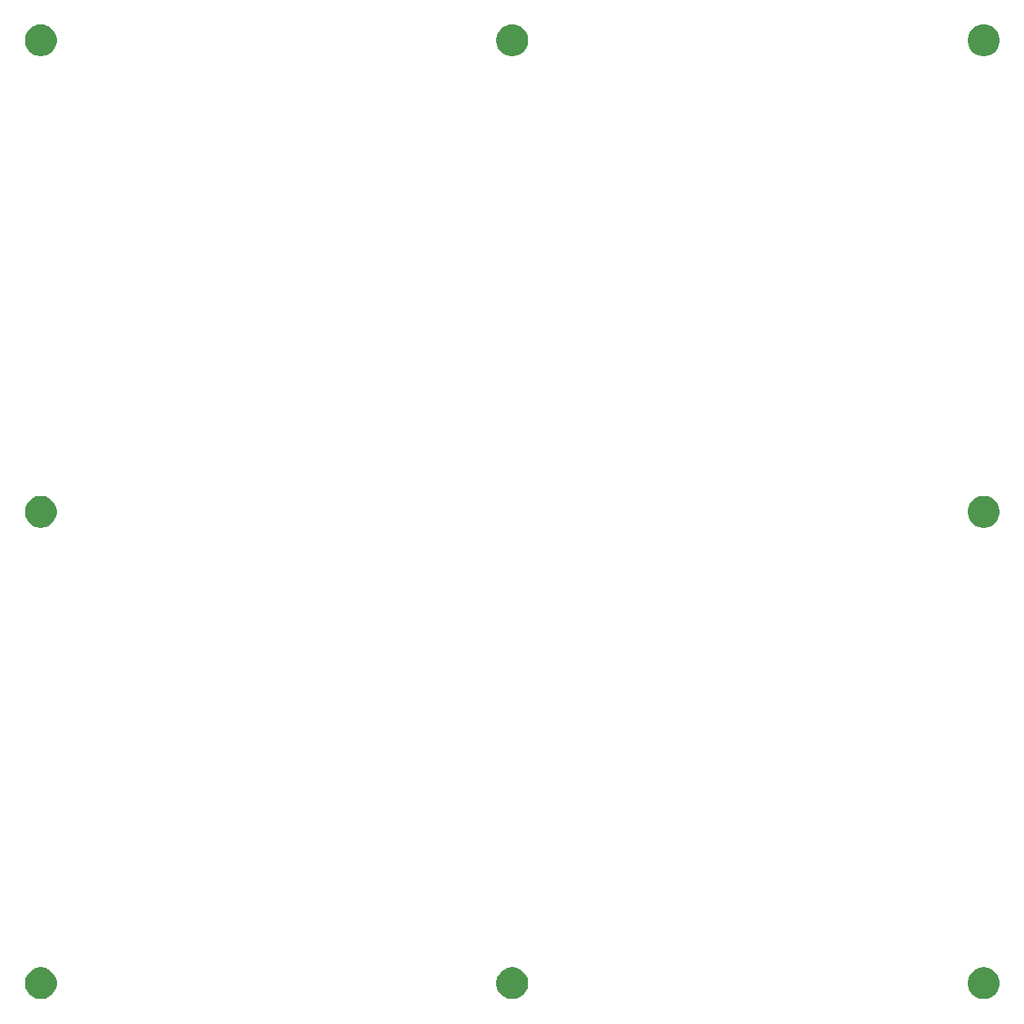
<source format=gts>
G04 #@! TF.GenerationSoftware,KiCad,Pcbnew,(5.1.6)-1*
G04 #@! TF.CreationDate,2020-08-22T18:55:14+02:00*
G04 #@! TF.ProjectId,europa-bottom-plate,6575726f-7061-42d6-926f-74746f6d2d70,rev?*
G04 #@! TF.SameCoordinates,Original*
G04 #@! TF.FileFunction,Soldermask,Top*
G04 #@! TF.FilePolarity,Negative*
%FSLAX46Y46*%
G04 Gerber Fmt 4.6, Leading zero omitted, Abs format (unit mm)*
G04 Created by KiCad (PCBNEW (5.1.6)-1) date 2020-08-22 18:55:14*
%MOMM*%
%LPD*%
G01*
G04 APERTURE LIST*
%ADD10C,0.100000*%
G04 APERTURE END LIST*
D10*
G36*
X208746506Y-145118798D02*
G01*
X208852829Y-145139947D01*
X209153292Y-145264403D01*
X209423701Y-145445085D01*
X209653665Y-145675049D01*
X209834347Y-145945458D01*
X209958803Y-146245921D01*
X210022250Y-146564891D01*
X210022250Y-146890109D01*
X209958803Y-147209079D01*
X209834347Y-147509542D01*
X209653665Y-147779951D01*
X209423701Y-148009915D01*
X209153292Y-148190597D01*
X208852829Y-148315053D01*
X208746506Y-148336202D01*
X208533861Y-148378500D01*
X208208639Y-148378500D01*
X207995994Y-148336202D01*
X207889671Y-148315053D01*
X207589208Y-148190597D01*
X207318799Y-148009915D01*
X207088835Y-147779951D01*
X206908153Y-147509542D01*
X206783697Y-147209079D01*
X206720250Y-146890109D01*
X206720250Y-146564891D01*
X206783697Y-146245921D01*
X206908153Y-145945458D01*
X207088835Y-145675049D01*
X207318799Y-145445085D01*
X207589208Y-145264403D01*
X207889671Y-145139947D01*
X207995994Y-145118798D01*
X208208639Y-145076500D01*
X208533861Y-145076500D01*
X208746506Y-145118798D01*
G37*
G36*
X159746506Y-145118798D02*
G01*
X159852829Y-145139947D01*
X160153292Y-145264403D01*
X160423701Y-145445085D01*
X160653665Y-145675049D01*
X160834347Y-145945458D01*
X160958803Y-146245921D01*
X161022250Y-146564891D01*
X161022250Y-146890109D01*
X160958803Y-147209079D01*
X160834347Y-147509542D01*
X160653665Y-147779951D01*
X160423701Y-148009915D01*
X160153292Y-148190597D01*
X159852829Y-148315053D01*
X159746506Y-148336202D01*
X159533861Y-148378500D01*
X159208639Y-148378500D01*
X158995994Y-148336202D01*
X158889671Y-148315053D01*
X158589208Y-148190597D01*
X158318799Y-148009915D01*
X158088835Y-147779951D01*
X157908153Y-147509542D01*
X157783697Y-147209079D01*
X157720250Y-146890109D01*
X157720250Y-146564891D01*
X157783697Y-146245921D01*
X157908153Y-145945458D01*
X158088835Y-145675049D01*
X158318799Y-145445085D01*
X158589208Y-145264403D01*
X158889671Y-145139947D01*
X158995994Y-145118798D01*
X159208639Y-145076500D01*
X159533861Y-145076500D01*
X159746506Y-145118798D01*
G37*
G36*
X110746506Y-145118798D02*
G01*
X110852829Y-145139947D01*
X111153292Y-145264403D01*
X111423701Y-145445085D01*
X111653665Y-145675049D01*
X111834347Y-145945458D01*
X111958803Y-146245921D01*
X112022250Y-146564891D01*
X112022250Y-146890109D01*
X111958803Y-147209079D01*
X111834347Y-147509542D01*
X111653665Y-147779951D01*
X111423701Y-148009915D01*
X111153292Y-148190597D01*
X110852829Y-148315053D01*
X110746506Y-148336202D01*
X110533861Y-148378500D01*
X110208639Y-148378500D01*
X109995994Y-148336202D01*
X109889671Y-148315053D01*
X109589208Y-148190597D01*
X109318799Y-148009915D01*
X109088835Y-147779951D01*
X108908153Y-147509542D01*
X108783697Y-147209079D01*
X108720250Y-146890109D01*
X108720250Y-146564891D01*
X108783697Y-146245921D01*
X108908153Y-145945458D01*
X109088835Y-145675049D01*
X109318799Y-145445085D01*
X109589208Y-145264403D01*
X109889671Y-145139947D01*
X109995994Y-145118798D01*
X110208639Y-145076500D01*
X110533861Y-145076500D01*
X110746506Y-145118798D01*
G37*
G36*
X208746506Y-96118798D02*
G01*
X208852829Y-96139947D01*
X209153292Y-96264403D01*
X209423701Y-96445085D01*
X209653665Y-96675049D01*
X209834347Y-96945458D01*
X209958803Y-97245921D01*
X210022250Y-97564891D01*
X210022250Y-97890109D01*
X209958803Y-98209079D01*
X209834347Y-98509542D01*
X209653665Y-98779951D01*
X209423701Y-99009915D01*
X209153292Y-99190597D01*
X208852829Y-99315053D01*
X208746506Y-99336202D01*
X208533861Y-99378500D01*
X208208639Y-99378500D01*
X207995994Y-99336202D01*
X207889671Y-99315053D01*
X207589208Y-99190597D01*
X207318799Y-99009915D01*
X207088835Y-98779951D01*
X206908153Y-98509542D01*
X206783697Y-98209079D01*
X206720250Y-97890109D01*
X206720250Y-97564891D01*
X206783697Y-97245921D01*
X206908153Y-96945458D01*
X207088835Y-96675049D01*
X207318799Y-96445085D01*
X207589208Y-96264403D01*
X207889671Y-96139947D01*
X207995994Y-96118798D01*
X208208639Y-96076500D01*
X208533861Y-96076500D01*
X208746506Y-96118798D01*
G37*
G36*
X110746506Y-96118798D02*
G01*
X110852829Y-96139947D01*
X111153292Y-96264403D01*
X111423701Y-96445085D01*
X111653665Y-96675049D01*
X111834347Y-96945458D01*
X111958803Y-97245921D01*
X112022250Y-97564891D01*
X112022250Y-97890109D01*
X111958803Y-98209079D01*
X111834347Y-98509542D01*
X111653665Y-98779951D01*
X111423701Y-99009915D01*
X111153292Y-99190597D01*
X110852829Y-99315053D01*
X110746506Y-99336202D01*
X110533861Y-99378500D01*
X110208639Y-99378500D01*
X109995994Y-99336202D01*
X109889671Y-99315053D01*
X109589208Y-99190597D01*
X109318799Y-99009915D01*
X109088835Y-98779951D01*
X108908153Y-98509542D01*
X108783697Y-98209079D01*
X108720250Y-97890109D01*
X108720250Y-97564891D01*
X108783697Y-97245921D01*
X108908153Y-96945458D01*
X109088835Y-96675049D01*
X109318799Y-96445085D01*
X109589208Y-96264403D01*
X109889671Y-96139947D01*
X109995994Y-96118798D01*
X110208639Y-96076500D01*
X110533861Y-96076500D01*
X110746506Y-96118798D01*
G37*
G36*
X208746506Y-47118798D02*
G01*
X208852829Y-47139947D01*
X209153292Y-47264403D01*
X209423701Y-47445085D01*
X209653665Y-47675049D01*
X209834347Y-47945458D01*
X209958803Y-48245921D01*
X210022250Y-48564891D01*
X210022250Y-48890109D01*
X209958803Y-49209079D01*
X209834347Y-49509542D01*
X209653665Y-49779951D01*
X209423701Y-50009915D01*
X209153292Y-50190597D01*
X208852829Y-50315053D01*
X208746506Y-50336202D01*
X208533861Y-50378500D01*
X208208639Y-50378500D01*
X207995994Y-50336202D01*
X207889671Y-50315053D01*
X207589208Y-50190597D01*
X207318799Y-50009915D01*
X207088835Y-49779951D01*
X206908153Y-49509542D01*
X206783697Y-49209079D01*
X206720250Y-48890109D01*
X206720250Y-48564891D01*
X206783697Y-48245921D01*
X206908153Y-47945458D01*
X207088835Y-47675049D01*
X207318799Y-47445085D01*
X207589208Y-47264403D01*
X207889671Y-47139947D01*
X207995994Y-47118798D01*
X208208639Y-47076500D01*
X208533861Y-47076500D01*
X208746506Y-47118798D01*
G37*
G36*
X159746506Y-47118798D02*
G01*
X159852829Y-47139947D01*
X160153292Y-47264403D01*
X160423701Y-47445085D01*
X160653665Y-47675049D01*
X160834347Y-47945458D01*
X160958803Y-48245921D01*
X161022250Y-48564891D01*
X161022250Y-48890109D01*
X160958803Y-49209079D01*
X160834347Y-49509542D01*
X160653665Y-49779951D01*
X160423701Y-50009915D01*
X160153292Y-50190597D01*
X159852829Y-50315053D01*
X159746506Y-50336202D01*
X159533861Y-50378500D01*
X159208639Y-50378500D01*
X158995994Y-50336202D01*
X158889671Y-50315053D01*
X158589208Y-50190597D01*
X158318799Y-50009915D01*
X158088835Y-49779951D01*
X157908153Y-49509542D01*
X157783697Y-49209079D01*
X157720250Y-48890109D01*
X157720250Y-48564891D01*
X157783697Y-48245921D01*
X157908153Y-47945458D01*
X158088835Y-47675049D01*
X158318799Y-47445085D01*
X158589208Y-47264403D01*
X158889671Y-47139947D01*
X158995994Y-47118798D01*
X159208639Y-47076500D01*
X159533861Y-47076500D01*
X159746506Y-47118798D01*
G37*
G36*
X110746506Y-47118798D02*
G01*
X110852829Y-47139947D01*
X111153292Y-47264403D01*
X111423701Y-47445085D01*
X111653665Y-47675049D01*
X111834347Y-47945458D01*
X111958803Y-48245921D01*
X112022250Y-48564891D01*
X112022250Y-48890109D01*
X111958803Y-49209079D01*
X111834347Y-49509542D01*
X111653665Y-49779951D01*
X111423701Y-50009915D01*
X111153292Y-50190597D01*
X110852829Y-50315053D01*
X110746506Y-50336202D01*
X110533861Y-50378500D01*
X110208639Y-50378500D01*
X109995994Y-50336202D01*
X109889671Y-50315053D01*
X109589208Y-50190597D01*
X109318799Y-50009915D01*
X109088835Y-49779951D01*
X108908153Y-49509542D01*
X108783697Y-49209079D01*
X108720250Y-48890109D01*
X108720250Y-48564891D01*
X108783697Y-48245921D01*
X108908153Y-47945458D01*
X109088835Y-47675049D01*
X109318799Y-47445085D01*
X109589208Y-47264403D01*
X109889671Y-47139947D01*
X109995994Y-47118798D01*
X110208639Y-47076500D01*
X110533861Y-47076500D01*
X110746506Y-47118798D01*
G37*
M02*

</source>
